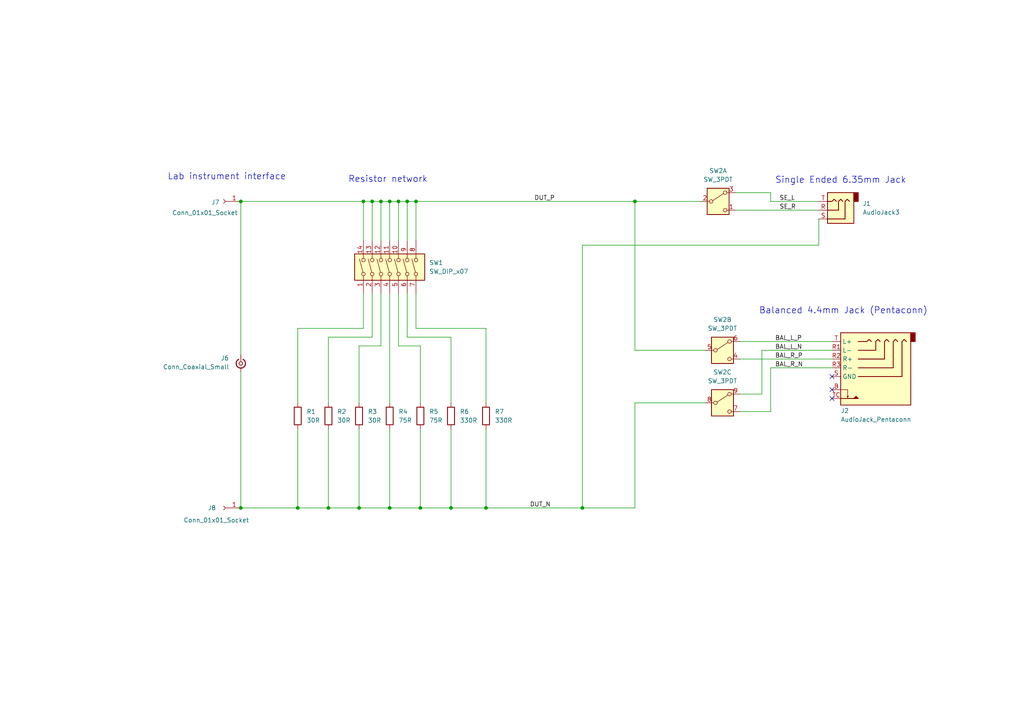
<source format=kicad_sch>
(kicad_sch
	(version 20231120)
	(generator "eeschema")
	(generator_version "8.0")
	(uuid "60b54552-34ff-43c1-b654-7a0d35fa638d")
	(paper "A4")
	(lib_symbols
		(symbol "Connector:Conn_01x01_Socket"
			(pin_names
				(offset 1.016) hide)
			(exclude_from_sim no)
			(in_bom yes)
			(on_board yes)
			(property "Reference" "J"
				(at 0 2.54 0)
				(effects
					(font
						(size 1.27 1.27)
					)
				)
			)
			(property "Value" "Conn_01x01_Socket"
				(at 0 -2.54 0)
				(effects
					(font
						(size 1.27 1.27)
					)
				)
			)
			(property "Footprint" ""
				(at 0 0 0)
				(effects
					(font
						(size 1.27 1.27)
					)
					(hide yes)
				)
			)
			(property "Datasheet" "~"
				(at 0 0 0)
				(effects
					(font
						(size 1.27 1.27)
					)
					(hide yes)
				)
			)
			(property "Description" "Generic connector, single row, 01x01, script generated"
				(at 0 0 0)
				(effects
					(font
						(size 1.27 1.27)
					)
					(hide yes)
				)
			)
			(property "ki_locked" ""
				(at 0 0 0)
				(effects
					(font
						(size 1.27 1.27)
					)
				)
			)
			(property "ki_keywords" "connector"
				(at 0 0 0)
				(effects
					(font
						(size 1.27 1.27)
					)
					(hide yes)
				)
			)
			(property "ki_fp_filters" "Connector*:*_1x??_*"
				(at 0 0 0)
				(effects
					(font
						(size 1.27 1.27)
					)
					(hide yes)
				)
			)
			(symbol "Conn_01x01_Socket_1_1"
				(polyline
					(pts
						(xy -1.27 0) (xy -0.508 0)
					)
					(stroke
						(width 0.1524)
						(type default)
					)
					(fill
						(type none)
					)
				)
				(arc
					(start 0 0.508)
					(mid -0.5058 0)
					(end 0 -0.508)
					(stroke
						(width 0.1524)
						(type default)
					)
					(fill
						(type none)
					)
				)
				(pin passive line
					(at -5.08 0 0)
					(length 3.81)
					(name "Pin_1"
						(effects
							(font
								(size 1.27 1.27)
							)
						)
					)
					(number "1"
						(effects
							(font
								(size 1.27 1.27)
							)
						)
					)
				)
			)
		)
		(symbol "Connector:Conn_Coaxial_Small"
			(pin_numbers hide)
			(pin_names
				(offset 1.016) hide)
			(exclude_from_sim no)
			(in_bom yes)
			(on_board yes)
			(property "Reference" "J"
				(at 0.254 3.048 0)
				(effects
					(font
						(size 1.27 1.27)
					)
				)
			)
			(property "Value" "Conn_Coaxial_Small"
				(at 0 -3.81 0)
				(effects
					(font
						(size 1.27 1.27)
					)
				)
			)
			(property "Footprint" ""
				(at 0 0 0)
				(effects
					(font
						(size 1.27 1.27)
					)
					(hide yes)
				)
			)
			(property "Datasheet" " ~"
				(at 0 0 0)
				(effects
					(font
						(size 1.27 1.27)
					)
					(hide yes)
				)
			)
			(property "Description" "small coaxial connector (BNC, SMA, SMB, SMC, Cinch/RCA, LEMO, ...)"
				(at 0 0 0)
				(effects
					(font
						(size 1.27 1.27)
					)
					(hide yes)
				)
			)
			(property "ki_keywords" "BNC SMA SMB SMC LEMO coaxial connector CINCH RCA MCX MMCX U.FL UMRF"
				(at 0 0 0)
				(effects
					(font
						(size 1.27 1.27)
					)
					(hide yes)
				)
			)
			(property "ki_fp_filters" "*BNC* *SMA* *SMB* *SMC* *Cinch* *LEMO* *UMRF* *MCX* *U.FL*"
				(at 0 0 0)
				(effects
					(font
						(size 1.27 1.27)
					)
					(hide yes)
				)
			)
			(symbol "Conn_Coaxial_Small_0_1"
				(polyline
					(pts
						(xy -2.54 0) (xy -0.508 0)
					)
					(stroke
						(width 0)
						(type default)
					)
					(fill
						(type none)
					)
				)
				(circle
					(center 0 0)
					(radius 0.508)
					(stroke
						(width 0.2032)
						(type default)
					)
					(fill
						(type none)
					)
				)
			)
			(symbol "Conn_Coaxial_Small_1_1"
				(arc
					(start -1.1916 -0.6311)
					(mid 0.327 -1.3081)
					(end 1.3484 0.0039)
					(stroke
						(width 0.3048)
						(type default)
					)
					(fill
						(type none)
					)
				)
				(arc
					(start 1.3484 -0.0039)
					(mid 0.327 1.3081)
					(end -1.1916 0.6311)
					(stroke
						(width 0.3048)
						(type default)
					)
					(fill
						(type none)
					)
				)
				(pin passive line
					(at -2.54 0 0)
					(length 1.27)
					(name "In"
						(effects
							(font
								(size 1.27 1.27)
							)
						)
					)
					(number "1"
						(effects
							(font
								(size 1.27 1.27)
							)
						)
					)
				)
				(pin passive line
					(at 2.54 0 180)
					(length 1.27)
					(name "Ext"
						(effects
							(font
								(size 1.27 1.27)
							)
						)
					)
					(number "2"
						(effects
							(font
								(size 1.27 1.27)
							)
						)
					)
				)
			)
		)
		(symbol "Connector_Audio:AudioJack3"
			(exclude_from_sim no)
			(in_bom yes)
			(on_board yes)
			(property "Reference" "J"
				(at 0 8.89 0)
				(effects
					(font
						(size 1.27 1.27)
					)
				)
			)
			(property "Value" "AudioJack3"
				(at 0 6.35 0)
				(effects
					(font
						(size 1.27 1.27)
					)
				)
			)
			(property "Footprint" ""
				(at 0 0 0)
				(effects
					(font
						(size 1.27 1.27)
					)
					(hide yes)
				)
			)
			(property "Datasheet" "~"
				(at 0 0 0)
				(effects
					(font
						(size 1.27 1.27)
					)
					(hide yes)
				)
			)
			(property "Description" "Audio Jack, 3 Poles (Stereo / TRS)"
				(at 0 0 0)
				(effects
					(font
						(size 1.27 1.27)
					)
					(hide yes)
				)
			)
			(property "ki_keywords" "audio jack receptacle stereo headphones phones TRS connector"
				(at 0 0 0)
				(effects
					(font
						(size 1.27 1.27)
					)
					(hide yes)
				)
			)
			(property "ki_fp_filters" "Jack*"
				(at 0 0 0)
				(effects
					(font
						(size 1.27 1.27)
					)
					(hide yes)
				)
			)
			(symbol "AudioJack3_0_1"
				(rectangle
					(start -5.08 -5.08)
					(end -6.35 -2.54)
					(stroke
						(width 0.254)
						(type default)
					)
					(fill
						(type outline)
					)
				)
				(polyline
					(pts
						(xy 0 -2.54) (xy 0.635 -3.175) (xy 1.27 -2.54) (xy 2.54 -2.54)
					)
					(stroke
						(width 0.254)
						(type default)
					)
					(fill
						(type none)
					)
				)
				(polyline
					(pts
						(xy -1.905 -2.54) (xy -1.27 -3.175) (xy -0.635 -2.54) (xy -0.635 0) (xy 2.54 0)
					)
					(stroke
						(width 0.254)
						(type default)
					)
					(fill
						(type none)
					)
				)
				(polyline
					(pts
						(xy 2.54 2.54) (xy -2.54 2.54) (xy -2.54 -2.54) (xy -3.175 -3.175) (xy -3.81 -2.54)
					)
					(stroke
						(width 0.254)
						(type default)
					)
					(fill
						(type none)
					)
				)
				(rectangle
					(start 2.54 3.81)
					(end -5.08 -5.08)
					(stroke
						(width 0.254)
						(type default)
					)
					(fill
						(type background)
					)
				)
			)
			(symbol "AudioJack3_1_1"
				(pin passive line
					(at 5.08 0 180)
					(length 2.54)
					(name "~"
						(effects
							(font
								(size 1.27 1.27)
							)
						)
					)
					(number "R"
						(effects
							(font
								(size 1.27 1.27)
							)
						)
					)
				)
				(pin passive line
					(at 5.08 2.54 180)
					(length 2.54)
					(name "~"
						(effects
							(font
								(size 1.27 1.27)
							)
						)
					)
					(number "S"
						(effects
							(font
								(size 1.27 1.27)
							)
						)
					)
				)
				(pin passive line
					(at 5.08 -2.54 180)
					(length 2.54)
					(name "~"
						(effects
							(font
								(size 1.27 1.27)
							)
						)
					)
					(number "T"
						(effects
							(font
								(size 1.27 1.27)
							)
						)
					)
				)
			)
		)
		(symbol "Device:R"
			(pin_numbers hide)
			(pin_names
				(offset 0)
			)
			(exclude_from_sim no)
			(in_bom yes)
			(on_board yes)
			(property "Reference" "R"
				(at 2.032 0 90)
				(effects
					(font
						(size 1.27 1.27)
					)
				)
			)
			(property "Value" "R"
				(at 0 0 90)
				(effects
					(font
						(size 1.27 1.27)
					)
				)
			)
			(property "Footprint" ""
				(at -1.778 0 90)
				(effects
					(font
						(size 1.27 1.27)
					)
					(hide yes)
				)
			)
			(property "Datasheet" "~"
				(at 0 0 0)
				(effects
					(font
						(size 1.27 1.27)
					)
					(hide yes)
				)
			)
			(property "Description" "Resistor"
				(at 0 0 0)
				(effects
					(font
						(size 1.27 1.27)
					)
					(hide yes)
				)
			)
			(property "ki_keywords" "R res resistor"
				(at 0 0 0)
				(effects
					(font
						(size 1.27 1.27)
					)
					(hide yes)
				)
			)
			(property "ki_fp_filters" "R_*"
				(at 0 0 0)
				(effects
					(font
						(size 1.27 1.27)
					)
					(hide yes)
				)
			)
			(symbol "R_0_1"
				(rectangle
					(start -1.016 -2.54)
					(end 1.016 2.54)
					(stroke
						(width 0.254)
						(type default)
					)
					(fill
						(type none)
					)
				)
			)
			(symbol "R_1_1"
				(pin passive line
					(at 0 3.81 270)
					(length 1.27)
					(name "~"
						(effects
							(font
								(size 1.27 1.27)
							)
						)
					)
					(number "1"
						(effects
							(font
								(size 1.27 1.27)
							)
						)
					)
				)
				(pin passive line
					(at 0 -3.81 90)
					(length 1.27)
					(name "~"
						(effects
							(font
								(size 1.27 1.27)
							)
						)
					)
					(number "2"
						(effects
							(font
								(size 1.27 1.27)
							)
						)
					)
				)
			)
		)
		(symbol "Switch:SW_DIP_x07"
			(pin_names
				(offset 0) hide)
			(exclude_from_sim no)
			(in_bom yes)
			(on_board yes)
			(property "Reference" "SW"
				(at 0 11.43 0)
				(effects
					(font
						(size 1.27 1.27)
					)
				)
			)
			(property "Value" "SW_DIP_x07"
				(at 0 -11.43 0)
				(effects
					(font
						(size 1.27 1.27)
					)
				)
			)
			(property "Footprint" ""
				(at 0 -2.54 0)
				(effects
					(font
						(size 1.27 1.27)
					)
					(hide yes)
				)
			)
			(property "Datasheet" "~"
				(at 0 -2.54 0)
				(effects
					(font
						(size 1.27 1.27)
					)
					(hide yes)
				)
			)
			(property "Description" "7x DIP Switch, Single Pole Single Throw (SPST) switch, small symbol"
				(at 0 0 0)
				(effects
					(font
						(size 1.27 1.27)
					)
					(hide yes)
				)
			)
			(property "ki_keywords" "dip switch"
				(at 0 0 0)
				(effects
					(font
						(size 1.27 1.27)
					)
					(hide yes)
				)
			)
			(property "ki_fp_filters" "SW?DIP?x7*"
				(at 0 0 0)
				(effects
					(font
						(size 1.27 1.27)
					)
					(hide yes)
				)
			)
			(symbol "SW_DIP_x07_0_0"
				(circle
					(center -2.032 -7.62)
					(radius 0.508)
					(stroke
						(width 0)
						(type default)
					)
					(fill
						(type none)
					)
				)
				(circle
					(center -2.032 -5.08)
					(radius 0.508)
					(stroke
						(width 0)
						(type default)
					)
					(fill
						(type none)
					)
				)
				(circle
					(center -2.032 -2.54)
					(radius 0.508)
					(stroke
						(width 0)
						(type default)
					)
					(fill
						(type none)
					)
				)
				(circle
					(center -2.032 0)
					(radius 0.508)
					(stroke
						(width 0)
						(type default)
					)
					(fill
						(type none)
					)
				)
				(circle
					(center -2.032 2.54)
					(radius 0.508)
					(stroke
						(width 0)
						(type default)
					)
					(fill
						(type none)
					)
				)
				(circle
					(center -2.032 5.08)
					(radius 0.508)
					(stroke
						(width 0)
						(type default)
					)
					(fill
						(type none)
					)
				)
				(circle
					(center -2.032 7.62)
					(radius 0.508)
					(stroke
						(width 0)
						(type default)
					)
					(fill
						(type none)
					)
				)
				(polyline
					(pts
						(xy -1.524 -7.4676) (xy 2.3622 -6.4262)
					)
					(stroke
						(width 0)
						(type default)
					)
					(fill
						(type none)
					)
				)
				(polyline
					(pts
						(xy -1.524 -4.9276) (xy 2.3622 -3.8862)
					)
					(stroke
						(width 0)
						(type default)
					)
					(fill
						(type none)
					)
				)
				(polyline
					(pts
						(xy -1.524 -2.413) (xy 2.3622 -1.3716)
					)
					(stroke
						(width 0)
						(type default)
					)
					(fill
						(type none)
					)
				)
				(polyline
					(pts
						(xy -1.524 0.127) (xy 2.3622 1.1684)
					)
					(stroke
						(width 0)
						(type default)
					)
					(fill
						(type none)
					)
				)
				(polyline
					(pts
						(xy -1.524 2.667) (xy 2.3622 3.7084)
					)
					(stroke
						(width 0)
						(type default)
					)
					(fill
						(type none)
					)
				)
				(polyline
					(pts
						(xy -1.524 5.207) (xy 2.3622 6.2484)
					)
					(stroke
						(width 0)
						(type default)
					)
					(fill
						(type none)
					)
				)
				(polyline
					(pts
						(xy -1.524 7.747) (xy 2.3622 8.7884)
					)
					(stroke
						(width 0)
						(type default)
					)
					(fill
						(type none)
					)
				)
				(circle
					(center 2.032 -7.62)
					(radius 0.508)
					(stroke
						(width 0)
						(type default)
					)
					(fill
						(type none)
					)
				)
				(circle
					(center 2.032 -5.08)
					(radius 0.508)
					(stroke
						(width 0)
						(type default)
					)
					(fill
						(type none)
					)
				)
				(circle
					(center 2.032 -2.54)
					(radius 0.508)
					(stroke
						(width 0)
						(type default)
					)
					(fill
						(type none)
					)
				)
				(circle
					(center 2.032 0)
					(radius 0.508)
					(stroke
						(width 0)
						(type default)
					)
					(fill
						(type none)
					)
				)
				(circle
					(center 2.032 2.54)
					(radius 0.508)
					(stroke
						(width 0)
						(type default)
					)
					(fill
						(type none)
					)
				)
				(circle
					(center 2.032 5.08)
					(radius 0.508)
					(stroke
						(width 0)
						(type default)
					)
					(fill
						(type none)
					)
				)
				(circle
					(center 2.032 7.62)
					(radius 0.508)
					(stroke
						(width 0)
						(type default)
					)
					(fill
						(type none)
					)
				)
			)
			(symbol "SW_DIP_x07_0_1"
				(rectangle
					(start -3.81 10.16)
					(end 3.81 -10.16)
					(stroke
						(width 0.254)
						(type default)
					)
					(fill
						(type background)
					)
				)
			)
			(symbol "SW_DIP_x07_1_1"
				(pin passive line
					(at -7.62 7.62 0)
					(length 5.08)
					(name "~"
						(effects
							(font
								(size 1.27 1.27)
							)
						)
					)
					(number "1"
						(effects
							(font
								(size 1.27 1.27)
							)
						)
					)
				)
				(pin passive line
					(at 7.62 -2.54 180)
					(length 5.08)
					(name "~"
						(effects
							(font
								(size 1.27 1.27)
							)
						)
					)
					(number "10"
						(effects
							(font
								(size 1.27 1.27)
							)
						)
					)
				)
				(pin passive line
					(at 7.62 0 180)
					(length 5.08)
					(name "~"
						(effects
							(font
								(size 1.27 1.27)
							)
						)
					)
					(number "11"
						(effects
							(font
								(size 1.27 1.27)
							)
						)
					)
				)
				(pin passive line
					(at 7.62 2.54 180)
					(length 5.08)
					(name "~"
						(effects
							(font
								(size 1.27 1.27)
							)
						)
					)
					(number "12"
						(effects
							(font
								(size 1.27 1.27)
							)
						)
					)
				)
				(pin passive line
					(at 7.62 5.08 180)
					(length 5.08)
					(name "~"
						(effects
							(font
								(size 1.27 1.27)
							)
						)
					)
					(number "13"
						(effects
							(font
								(size 1.27 1.27)
							)
						)
					)
				)
				(pin passive line
					(at 7.62 7.62 180)
					(length 5.08)
					(name "~"
						(effects
							(font
								(size 1.27 1.27)
							)
						)
					)
					(number "14"
						(effects
							(font
								(size 1.27 1.27)
							)
						)
					)
				)
				(pin passive line
					(at -7.62 5.08 0)
					(length 5.08)
					(name "~"
						(effects
							(font
								(size 1.27 1.27)
							)
						)
					)
					(number "2"
						(effects
							(font
								(size 1.27 1.27)
							)
						)
					)
				)
				(pin passive line
					(at -7.62 2.54 0)
					(length 5.08)
					(name "~"
						(effects
							(font
								(size 1.27 1.27)
							)
						)
					)
					(number "3"
						(effects
							(font
								(size 1.27 1.27)
							)
						)
					)
				)
				(pin passive line
					(at -7.62 0 0)
					(length 5.08)
					(name "~"
						(effects
							(font
								(size 1.27 1.27)
							)
						)
					)
					(number "4"
						(effects
							(font
								(size 1.27 1.27)
							)
						)
					)
				)
				(pin passive line
					(at -7.62 -2.54 0)
					(length 5.08)
					(name "~"
						(effects
							(font
								(size 1.27 1.27)
							)
						)
					)
					(number "5"
						(effects
							(font
								(size 1.27 1.27)
							)
						)
					)
				)
				(pin passive line
					(at -7.62 -5.08 0)
					(length 5.08)
					(name "~"
						(effects
							(font
								(size 1.27 1.27)
							)
						)
					)
					(number "6"
						(effects
							(font
								(size 1.27 1.27)
							)
						)
					)
				)
				(pin passive line
					(at -7.62 -7.62 0)
					(length 5.08)
					(name "~"
						(effects
							(font
								(size 1.27 1.27)
							)
						)
					)
					(number "7"
						(effects
							(font
								(size 1.27 1.27)
							)
						)
					)
				)
				(pin passive line
					(at 7.62 -7.62 180)
					(length 5.08)
					(name "~"
						(effects
							(font
								(size 1.27 1.27)
							)
						)
					)
					(number "8"
						(effects
							(font
								(size 1.27 1.27)
							)
						)
					)
				)
				(pin passive line
					(at 7.62 -5.08 180)
					(length 5.08)
					(name "~"
						(effects
							(font
								(size 1.27 1.27)
							)
						)
					)
					(number "9"
						(effects
							(font
								(size 1.27 1.27)
							)
						)
					)
				)
			)
		)
		(symbol "mahaudio_kicad_lib:AudioJack_Pentaconn"
			(exclude_from_sim no)
			(in_bom yes)
			(on_board yes)
			(property "Reference" "J"
				(at -17.272 17.272 0)
				(effects
					(font
						(size 1.27 1.27)
					)
				)
			)
			(property "Value" "AudioJack_Pentaconn"
				(at -7.62 14.986 0)
				(effects
					(font
						(size 1.27 1.27)
					)
				)
			)
			(property "Footprint" "_mahaudio KiCad Library:Jack_4.4mm_Pentaconn_NBA1-24-001_Horizontal"
				(at -4.572 -12.954 0)
				(effects
					(font
						(size 1.27 1.27)
					)
					(hide yes)
				)
			)
			(property "Datasheet" "~"
				(at -5.08 0 0)
				(effects
					(font
						(size 1.27 1.27)
					)
					(hide yes)
				)
			)
			(property "Description" "Audio Jack, Pentaconn TRRS Switched"
				(at -7.366 -9.906 0)
				(effects
					(font
						(size 1.27 1.27)
					)
					(hide yes)
				)
			)
			(property "ki_keywords" "audio jack receptacle stereo headphones phones TRRS connector pentaconn"
				(at 0 0 0)
				(effects
					(font
						(size 1.27 1.27)
					)
					(hide yes)
				)
			)
			(property "ki_fp_filters" "Jack*"
				(at 0 0 0)
				(effects
					(font
						(size 1.27 1.27)
					)
					(hide yes)
				)
			)
			(symbol "AudioJack_Pentaconn_0_1"
				(rectangle
					(start -19.05 -5.08)
					(end -17.78 -7.62)
					(stroke
						(width 0.254)
						(type default)
					)
					(fill
						(type outline)
					)
				)
				(rectangle
					(start -17.78 13.335)
					(end 2.54 -7.62)
					(stroke
						(width 0.254)
						(type default)
					)
					(fill
						(type background)
					)
				)
			)
			(symbol "AudioJack_Pentaconn_1_1"
				(polyline
					(pts
						(xy 0.508 11.176) (xy 0.762 10.668)
					)
					(stroke
						(width 0)
						(type default)
					)
					(fill
						(type none)
					)
				)
				(polyline
					(pts
						(xy 2.54 11.43) (xy -2.54 11.43)
					)
					(stroke
						(width 0.254)
						(type default)
					)
					(fill
						(type none)
					)
				)
				(polyline
					(pts
						(xy -6.35 -5.08) (xy -5.715 -5.715) (xy -5.08 -5.08) (xy -2.54 -5.08)
					)
					(stroke
						(width 0.254)
						(type default)
					)
					(fill
						(type none)
					)
				)
				(polyline
					(pts
						(xy -2.54 11.43) (xy -1.905 10.795) (xy -1.27 11.43) (xy -1.905 11.43)
					)
					(stroke
						(width 0.254)
						(type default)
					)
					(fill
						(type outline)
					)
				)
				(polyline
					(pts
						(xy 2.54 8.89) (xy 0.508 8.89) (xy 0.508 11.176) (xy 0.254 10.668)
					)
					(stroke
						(width 0)
						(type default)
					)
					(fill
						(type none)
					)
				)
				(polyline
					(pts
						(xy -8.89 -5.08) (xy -8.255 -5.715) (xy -7.62 -5.08) (xy -7.62 -2.54) (xy -2.54 -2.54)
					)
					(stroke
						(width 0.254)
						(type default)
					)
					(fill
						(type none)
					)
				)
				(polyline
					(pts
						(xy -2.54 0) (xy -10.16 0) (xy -10.16 -5.08) (xy -10.795 -5.715) (xy -11.43 -5.08)
					)
					(stroke
						(width 0.254)
						(type default)
					)
					(fill
						(type none)
					)
				)
				(polyline
					(pts
						(xy -2.54 2.54) (xy -12.7 2.54) (xy -12.7 -5.08) (xy -13.335 -5.715) (xy -13.97 -5.08)
					)
					(stroke
						(width 0.254)
						(type default)
					)
					(fill
						(type none)
					)
				)
				(polyline
					(pts
						(xy -2.54 5.08) (xy -15.24 5.08) (xy -15.24 -5.08) (xy -15.875 -5.715) (xy -16.51 -5.08)
					)
					(stroke
						(width 0.254)
						(type default)
					)
					(fill
						(type none)
					)
				)
				(pin passive line
					(at 5.08 8.89 180)
					(length 2.54)
					(name "~"
						(effects
							(font
								(size 1.27 1.27)
							)
						)
					)
					(number "B"
						(effects
							(font
								(size 1.27 1.27)
							)
						)
					)
				)
				(pin passive line
					(at 5.08 -2.54 180)
					(length 2.54)
					(name "L-"
						(effects
							(font
								(size 1.27 1.27)
							)
						)
					)
					(number "R1"
						(effects
							(font
								(size 1.27 1.27)
							)
						)
					)
				)
				(pin passive line
					(at 5.08 0 180)
					(length 2.54)
					(name "R+"
						(effects
							(font
								(size 1.27 1.27)
							)
						)
					)
					(number "R2"
						(effects
							(font
								(size 1.27 1.27)
							)
						)
					)
				)
				(pin passive line
					(at 5.08 2.54 180)
					(length 2.54)
					(name "R-"
						(effects
							(font
								(size 1.27 1.27)
							)
						)
					)
					(number "R3"
						(effects
							(font
								(size 1.27 1.27)
							)
						)
					)
				)
				(pin passive line
					(at 5.08 5.08 180)
					(length 2.54)
					(name "GND"
						(effects
							(font
								(size 1.27 1.27)
							)
						)
					)
					(number "S"
						(effects
							(font
								(size 1.27 1.27)
							)
						)
					)
				)
				(pin passive line
					(at 5.08 -5.08 180)
					(length 2.54)
					(name "L+"
						(effects
							(font
								(size 1.27 1.27)
							)
						)
					)
					(number "T"
						(effects
							(font
								(size 1.27 1.27)
							)
						)
					)
				)
				(pin passive line
					(at 5.08 11.43 180)
					(length 2.54)
					(name "~"
						(effects
							(font
								(size 1.27 1.27)
							)
						)
					)
					(number "TC"
						(effects
							(font
								(size 1.27 1.27)
							)
						)
					)
				)
			)
		)
		(symbol "mahaudio_kicad_lib:SW_3PDT"
			(pin_names
				(offset 0) hide)
			(exclude_from_sim no)
			(in_bom yes)
			(on_board yes)
			(property "Reference" "SW"
				(at 0 5.08 0)
				(effects
					(font
						(size 1.27 1.27)
					)
				)
			)
			(property "Value" "SW_3PDT"
				(at 0 -5.08 0)
				(effects
					(font
						(size 1.27 1.27)
					)
				)
			)
			(property "Footprint" ""
				(at 0 0 0)
				(effects
					(font
						(size 1.27 1.27)
					)
					(hide yes)
				)
			)
			(property "Datasheet" "~"
				(at 0 0 0)
				(effects
					(font
						(size 1.27 1.27)
					)
					(hide yes)
				)
			)
			(property "Description" "Switch, triple pole double throw, separate symbols"
				(at 0.254 0.254 0)
				(effects
					(font
						(size 1.27 1.27)
					)
					(hide yes)
				)
			)
			(property "ki_keywords" "switch dual-pole double-throw DPDT spdt ON-ON"
				(at 0 0 0)
				(effects
					(font
						(size 1.27 1.27)
					)
					(hide yes)
				)
			)
			(property "ki_fp_filters" "SW*DPDT*"
				(at 0 0 0)
				(effects
					(font
						(size 1.27 1.27)
					)
					(hide yes)
				)
			)
			(symbol "SW_3PDT_0_0"
				(circle
					(center -2.032 0)
					(radius 0.508)
					(stroke
						(width 0)
						(type default)
					)
					(fill
						(type none)
					)
				)
				(circle
					(center 2.032 -2.54)
					(radius 0.508)
					(stroke
						(width 0)
						(type default)
					)
					(fill
						(type none)
					)
				)
			)
			(symbol "SW_3PDT_0_1"
				(rectangle
					(start -3.175 3.81)
					(end 3.175 -3.81)
					(stroke
						(width 0.254)
						(type default)
					)
					(fill
						(type background)
					)
				)
				(polyline
					(pts
						(xy -1.524 0.254) (xy 1.5748 2.286)
					)
					(stroke
						(width 0)
						(type default)
					)
					(fill
						(type none)
					)
				)
				(circle
					(center 2.032 2.54)
					(radius 0.508)
					(stroke
						(width 0)
						(type default)
					)
					(fill
						(type none)
					)
				)
			)
			(symbol "SW_3PDT_1_1"
				(pin passive line
					(at 5.08 -2.54 180)
					(length 2.54)
					(name "C"
						(effects
							(font
								(size 1.27 1.27)
							)
						)
					)
					(number "1"
						(effects
							(font
								(size 1.27 1.27)
							)
						)
					)
				)
				(pin passive line
					(at -5.08 0 0)
					(length 2.54)
					(name "B"
						(effects
							(font
								(size 1.27 1.27)
							)
						)
					)
					(number "2"
						(effects
							(font
								(size 1.27 1.27)
							)
						)
					)
				)
				(pin passive line
					(at 5.08 2.54 180)
					(length 2.54)
					(name "A"
						(effects
							(font
								(size 1.27 1.27)
							)
						)
					)
					(number "3"
						(effects
							(font
								(size 1.27 1.27)
							)
						)
					)
				)
			)
			(symbol "SW_3PDT_2_1"
				(pin passive line
					(at 5.08 -2.54 180)
					(length 2.54)
					(name "C"
						(effects
							(font
								(size 1.27 1.27)
							)
						)
					)
					(number "4"
						(effects
							(font
								(size 1.27 1.27)
							)
						)
					)
				)
				(pin passive line
					(at -5.08 0 0)
					(length 2.54)
					(name "B"
						(effects
							(font
								(size 1.27 1.27)
							)
						)
					)
					(number "5"
						(effects
							(font
								(size 1.27 1.27)
							)
						)
					)
				)
				(pin passive line
					(at 5.08 2.54 180)
					(length 2.54)
					(name "A"
						(effects
							(font
								(size 1.27 1.27)
							)
						)
					)
					(number "6"
						(effects
							(font
								(size 1.27 1.27)
							)
						)
					)
				)
			)
			(symbol "SW_3PDT_3_1"
				(pin passive line
					(at 5.08 -2.54 180)
					(length 2.54)
					(name "C"
						(effects
							(font
								(size 1.27 1.27)
							)
						)
					)
					(number "7"
						(effects
							(font
								(size 1.27 1.27)
							)
						)
					)
				)
				(pin passive line
					(at -5.08 0 0)
					(length 2.54)
					(name "B"
						(effects
							(font
								(size 1.27 1.27)
							)
						)
					)
					(number "8"
						(effects
							(font
								(size 1.27 1.27)
							)
						)
					)
				)
				(pin passive line
					(at 5.08 2.54 180)
					(length 2.54)
					(name "A"
						(effects
							(font
								(size 1.27 1.27)
							)
						)
					)
					(number "9"
						(effects
							(font
								(size 1.27 1.27)
							)
						)
					)
				)
			)
		)
	)
	(junction
		(at 140.97 147.32)
		(diameter 0)
		(color 0 0 0 0)
		(uuid "1dc30326-e8c3-45ff-9852-0738efa0ad37")
	)
	(junction
		(at 107.95 58.42)
		(diameter 0)
		(color 0 0 0 0)
		(uuid "25f774e3-3688-4115-b106-1914b0266983")
	)
	(junction
		(at 69.85 147.32)
		(diameter 0)
		(color 0 0 0 0)
		(uuid "26296532-4c15-4d22-bd92-ecbd64566418")
	)
	(junction
		(at 113.03 147.32)
		(diameter 0)
		(color 0 0 0 0)
		(uuid "44b410d0-725d-4345-a77f-85c5ba99b4b7")
	)
	(junction
		(at 110.49 58.42)
		(diameter 0)
		(color 0 0 0 0)
		(uuid "6e8cb819-df2a-4ae6-a268-297891f6eee1")
	)
	(junction
		(at 105.41 58.42)
		(diameter 0)
		(color 0 0 0 0)
		(uuid "6f5a0299-7e61-493d-99ad-1a2a144a421e")
	)
	(junction
		(at 184.15 58.42)
		(diameter 0)
		(color 0 0 0 0)
		(uuid "793a4901-0f48-47e4-8be1-ea5694f4504b")
	)
	(junction
		(at 120.65 58.42)
		(diameter 0)
		(color 0 0 0 0)
		(uuid "7f5c7882-f614-40cf-afe3-0b5f66b370c3")
	)
	(junction
		(at 168.91 147.32)
		(diameter 0)
		(color 0 0 0 0)
		(uuid "8ed0d903-dc28-4a11-8b5f-465d856eeff3")
	)
	(junction
		(at 115.57 58.42)
		(diameter 0)
		(color 0 0 0 0)
		(uuid "946f36d1-cabe-4a8c-9601-08f6ebf86f2a")
	)
	(junction
		(at 86.36 147.32)
		(diameter 0)
		(color 0 0 0 0)
		(uuid "ace2fb1d-46f6-4da3-8e5d-ed68a08fdf32")
	)
	(junction
		(at 69.85 58.42)
		(diameter 0)
		(color 0 0 0 0)
		(uuid "afbcea0b-dddf-4e37-a634-0404dee275f3")
	)
	(junction
		(at 113.03 58.42)
		(diameter 0)
		(color 0 0 0 0)
		(uuid "baffc2c3-8bae-4796-8cca-9bd3970647c2")
	)
	(junction
		(at 121.92 147.32)
		(diameter 0)
		(color 0 0 0 0)
		(uuid "c902b781-61d5-4ad1-8393-78abc21674e5")
	)
	(junction
		(at 130.81 147.32)
		(diameter 0)
		(color 0 0 0 0)
		(uuid "c9e9a075-b6e3-4b4f-98fc-9f09a20f1de9")
	)
	(junction
		(at 118.11 58.42)
		(diameter 0)
		(color 0 0 0 0)
		(uuid "cbe2c911-fd98-48fb-af5d-ed44f9ea840d")
	)
	(junction
		(at 104.14 147.32)
		(diameter 0)
		(color 0 0 0 0)
		(uuid "d8c4d6f7-c045-4539-b3a7-a936a7859392")
	)
	(junction
		(at 95.25 147.32)
		(diameter 0)
		(color 0 0 0 0)
		(uuid "ec893b37-4db7-47d4-a459-994615211ea3")
	)
	(no_connect
		(at 241.3 113.03)
		(uuid "4728f108-b9e6-4517-a33b-c5fa805df623")
	)
	(no_connect
		(at 241.3 109.22)
		(uuid "ae722b72-cf10-41fe-adbe-7c3d754b3133")
	)
	(no_connect
		(at 241.3 115.57)
		(uuid "d2d203ae-99e3-4273-a7a1-e8fc0fb0757a")
	)
	(wire
		(pts
			(xy 120.65 58.42) (xy 120.65 69.85)
		)
		(stroke
			(width 0)
			(type default)
		)
		(uuid "04c3b1f9-d164-4dcc-b41a-58ea53e2f31a")
	)
	(wire
		(pts
			(xy 204.47 101.6) (xy 184.15 101.6)
		)
		(stroke
			(width 0)
			(type default)
		)
		(uuid "066aa155-d425-4510-a8e7-15140f2201ce")
	)
	(wire
		(pts
			(xy 113.03 58.42) (xy 113.03 69.85)
		)
		(stroke
			(width 0)
			(type default)
		)
		(uuid "1afca742-e07d-4446-bbe6-7ec8aed514f7")
	)
	(wire
		(pts
			(xy 140.97 124.46) (xy 140.97 147.32)
		)
		(stroke
			(width 0)
			(type default)
		)
		(uuid "1c94d32f-dd87-4dd7-8404-e2841bfa5d80")
	)
	(wire
		(pts
			(xy 105.41 85.09) (xy 105.41 95.25)
		)
		(stroke
			(width 0)
			(type default)
		)
		(uuid "2202f68b-e06e-4148-96ee-f968cc2890f9")
	)
	(wire
		(pts
			(xy 184.15 147.32) (xy 168.91 147.32)
		)
		(stroke
			(width 0)
			(type default)
		)
		(uuid "240e2ce7-453e-44cd-89f5-b5567fc99ec4")
	)
	(wire
		(pts
			(xy 105.41 58.42) (xy 105.41 69.85)
		)
		(stroke
			(width 0)
			(type default)
		)
		(uuid "253195d8-51a0-4d95-86dc-a08ff2216796")
	)
	(wire
		(pts
			(xy 104.14 147.32) (xy 113.03 147.32)
		)
		(stroke
			(width 0)
			(type default)
		)
		(uuid "26480c59-41c0-424d-8ec7-1674fc27b01a")
	)
	(wire
		(pts
			(xy 86.36 147.32) (xy 95.25 147.32)
		)
		(stroke
			(width 0)
			(type default)
		)
		(uuid "2e60fb4c-40b5-419a-b324-263e1354e2ce")
	)
	(wire
		(pts
			(xy 213.36 55.88) (xy 223.52 55.88)
		)
		(stroke
			(width 0)
			(type default)
		)
		(uuid "3152413f-8b0f-4658-9cb6-a67b9d7efbbe")
	)
	(wire
		(pts
			(xy 121.92 147.32) (xy 130.81 147.32)
		)
		(stroke
			(width 0)
			(type default)
		)
		(uuid "33b16d7c-805a-4c7c-8848-399113ec3d29")
	)
	(wire
		(pts
			(xy 95.25 147.32) (xy 104.14 147.32)
		)
		(stroke
			(width 0)
			(type default)
		)
		(uuid "384ee057-d4bb-42bc-a685-4bded931c2ef")
	)
	(wire
		(pts
			(xy 120.65 58.42) (xy 184.15 58.42)
		)
		(stroke
			(width 0)
			(type default)
		)
		(uuid "3b2301fd-953b-4328-a3ba-fa5c11c97f3c")
	)
	(wire
		(pts
			(xy 140.97 95.25) (xy 140.97 116.84)
		)
		(stroke
			(width 0)
			(type default)
		)
		(uuid "3f059a39-e5b1-41f4-a45c-263bee849078")
	)
	(wire
		(pts
			(xy 115.57 58.42) (xy 118.11 58.42)
		)
		(stroke
			(width 0)
			(type default)
		)
		(uuid "40df633d-04d2-49b6-b62f-acd487b4e065")
	)
	(wire
		(pts
			(xy 214.63 104.14) (xy 241.3 104.14)
		)
		(stroke
			(width 0)
			(type default)
		)
		(uuid "468d3d0d-a0e3-4a99-b419-14fe3c2287f8")
	)
	(wire
		(pts
			(xy 104.14 124.46) (xy 104.14 147.32)
		)
		(stroke
			(width 0)
			(type default)
		)
		(uuid "47fb8ca7-8052-43e6-9a37-6f4210b78848")
	)
	(wire
		(pts
			(xy 115.57 100.33) (xy 121.92 100.33)
		)
		(stroke
			(width 0)
			(type default)
		)
		(uuid "48f2948f-604b-48a7-8e4f-760281b4d4ca")
	)
	(wire
		(pts
			(xy 110.49 58.42) (xy 110.49 69.85)
		)
		(stroke
			(width 0)
			(type default)
		)
		(uuid "4b9cffa9-4f3d-4cc3-adb8-f7d4dfa30dc5")
	)
	(wire
		(pts
			(xy 95.25 124.46) (xy 95.25 147.32)
		)
		(stroke
			(width 0)
			(type default)
		)
		(uuid "5176002c-a4f9-4a37-a83c-963f7409c37d")
	)
	(wire
		(pts
			(xy 69.85 107.95) (xy 69.85 147.32)
		)
		(stroke
			(width 0)
			(type default)
		)
		(uuid "5574b5ac-01a7-4055-a8d4-6aac5d86ccf8")
	)
	(wire
		(pts
			(xy 118.11 85.09) (xy 118.11 97.79)
		)
		(stroke
			(width 0)
			(type default)
		)
		(uuid "5b249b13-0f54-4f0f-9520-ec1a9a6d7fd9")
	)
	(wire
		(pts
			(xy 220.98 101.6) (xy 241.3 101.6)
		)
		(stroke
			(width 0)
			(type default)
		)
		(uuid "5e3d7200-e8d5-4959-8ff2-0c086777d627")
	)
	(wire
		(pts
			(xy 110.49 58.42) (xy 113.03 58.42)
		)
		(stroke
			(width 0)
			(type default)
		)
		(uuid "603edfa3-b1a5-436e-8694-0d60862cce4c")
	)
	(wire
		(pts
			(xy 223.52 55.88) (xy 223.52 58.42)
		)
		(stroke
			(width 0)
			(type default)
		)
		(uuid "605fb0e7-c107-424f-8e58-a11ec0d42a08")
	)
	(wire
		(pts
			(xy 113.03 85.09) (xy 113.03 116.84)
		)
		(stroke
			(width 0)
			(type default)
		)
		(uuid "6118c57d-93b6-415f-b53f-f815d961ca87")
	)
	(wire
		(pts
			(xy 168.91 71.12) (xy 168.91 147.32)
		)
		(stroke
			(width 0)
			(type default)
		)
		(uuid "62099abf-1e81-4f6f-9918-3d8b78942f25")
	)
	(wire
		(pts
			(xy 184.15 58.42) (xy 203.2 58.42)
		)
		(stroke
			(width 0)
			(type default)
		)
		(uuid "67d6f3a7-ffd3-4736-baec-22f3b77a0924")
	)
	(wire
		(pts
			(xy 223.52 106.68) (xy 223.52 119.38)
		)
		(stroke
			(width 0)
			(type default)
		)
		(uuid "79971f14-f704-4147-8788-0872a02a990a")
	)
	(wire
		(pts
			(xy 69.85 58.42) (xy 69.85 102.87)
		)
		(stroke
			(width 0)
			(type default)
		)
		(uuid "7ddbb39e-9c6e-466b-9444-27fb3e6cee82")
	)
	(wire
		(pts
			(xy 121.92 124.46) (xy 121.92 147.32)
		)
		(stroke
			(width 0)
			(type default)
		)
		(uuid "7f4a139a-9846-45d3-a3ec-2cc2876bc065")
	)
	(wire
		(pts
			(xy 69.85 58.42) (xy 105.41 58.42)
		)
		(stroke
			(width 0)
			(type default)
		)
		(uuid "824646d6-044a-4602-a3ec-d0917d2b259c")
	)
	(wire
		(pts
			(xy 120.65 95.25) (xy 140.97 95.25)
		)
		(stroke
			(width 0)
			(type default)
		)
		(uuid "825ae14a-b1e4-4dbe-8ed4-0da53932423c")
	)
	(wire
		(pts
			(xy 86.36 116.84) (xy 86.36 95.25)
		)
		(stroke
			(width 0)
			(type default)
		)
		(uuid "845adf25-7d48-4f58-b453-123da4487c6d")
	)
	(wire
		(pts
			(xy 184.15 101.6) (xy 184.15 58.42)
		)
		(stroke
			(width 0)
			(type default)
		)
		(uuid "87deca50-407e-4149-a068-37f1d3f22f0b")
	)
	(wire
		(pts
			(xy 95.25 116.84) (xy 95.25 97.79)
		)
		(stroke
			(width 0)
			(type default)
		)
		(uuid "89bd4f9f-9baf-4053-af09-6b6f31e1f3d1")
	)
	(wire
		(pts
			(xy 115.57 85.09) (xy 115.57 100.33)
		)
		(stroke
			(width 0)
			(type default)
		)
		(uuid "8d762d36-9053-4add-8c1b-adc6f56f1b07")
	)
	(wire
		(pts
			(xy 107.95 58.42) (xy 107.95 69.85)
		)
		(stroke
			(width 0)
			(type default)
		)
		(uuid "90d93572-a82e-4cff-899a-889955f627fe")
	)
	(wire
		(pts
			(xy 115.57 58.42) (xy 115.57 69.85)
		)
		(stroke
			(width 0)
			(type default)
		)
		(uuid "946375df-0173-4025-a4b8-432d3816ce66")
	)
	(wire
		(pts
			(xy 130.81 97.79) (xy 118.11 97.79)
		)
		(stroke
			(width 0)
			(type default)
		)
		(uuid "9980eaee-5f6f-4c0f-ac7d-5b4cc3e48a84")
	)
	(wire
		(pts
			(xy 130.81 124.46) (xy 130.81 147.32)
		)
		(stroke
			(width 0)
			(type default)
		)
		(uuid "9ae8bfc4-2499-41d2-aac2-de65952120bd")
	)
	(wire
		(pts
			(xy 204.47 116.84) (xy 184.15 116.84)
		)
		(stroke
			(width 0)
			(type default)
		)
		(uuid "9b6d7ddd-7260-41bd-878d-94a3b1570284")
	)
	(wire
		(pts
			(xy 95.25 97.79) (xy 107.95 97.79)
		)
		(stroke
			(width 0)
			(type default)
		)
		(uuid "9bc032e3-9738-4a14-84fd-996d36ae925d")
	)
	(wire
		(pts
			(xy 214.63 99.06) (xy 241.3 99.06)
		)
		(stroke
			(width 0)
			(type default)
		)
		(uuid "9c6a8c56-298c-4b08-9b70-3d02a996df2e")
	)
	(wire
		(pts
			(xy 220.98 114.3) (xy 214.63 114.3)
		)
		(stroke
			(width 0)
			(type default)
		)
		(uuid "a00991c0-c318-4a3b-bd58-350b149b77c2")
	)
	(wire
		(pts
			(xy 107.95 58.42) (xy 110.49 58.42)
		)
		(stroke
			(width 0)
			(type default)
		)
		(uuid "b1df4cba-87e8-4f73-8eae-a4fce0205c71")
	)
	(wire
		(pts
			(xy 86.36 124.46) (xy 86.36 147.32)
		)
		(stroke
			(width 0)
			(type default)
		)
		(uuid "b34f7639-51f7-4249-a4af-58e8efe41f57")
	)
	(wire
		(pts
			(xy 130.81 116.84) (xy 130.81 97.79)
		)
		(stroke
			(width 0)
			(type default)
		)
		(uuid "b35a32f9-ea03-42b6-a6bc-1b242df2e919")
	)
	(wire
		(pts
			(xy 237.49 71.12) (xy 168.91 71.12)
		)
		(stroke
			(width 0)
			(type default)
		)
		(uuid "b3a97203-8acf-4c17-bddd-ff5f33a3eab9")
	)
	(wire
		(pts
			(xy 118.11 58.42) (xy 120.65 58.42)
		)
		(stroke
			(width 0)
			(type default)
		)
		(uuid "b56d9486-089e-41b7-bd7d-fd0b3688d16f")
	)
	(wire
		(pts
			(xy 104.14 100.33) (xy 110.49 100.33)
		)
		(stroke
			(width 0)
			(type default)
		)
		(uuid "b77f1936-e9f7-4892-be10-94d1fc1628f3")
	)
	(wire
		(pts
			(xy 86.36 95.25) (xy 105.41 95.25)
		)
		(stroke
			(width 0)
			(type default)
		)
		(uuid "b8f56d4e-c14c-43b4-81e1-49268365376d")
	)
	(wire
		(pts
			(xy 113.03 124.46) (xy 113.03 147.32)
		)
		(stroke
			(width 0)
			(type default)
		)
		(uuid "b94437f8-a03b-43fd-b00f-fd929660006e")
	)
	(wire
		(pts
			(xy 69.85 147.32) (xy 86.36 147.32)
		)
		(stroke
			(width 0)
			(type default)
		)
		(uuid "bb4e90fd-6e0b-4026-95c3-55222084a638")
	)
	(wire
		(pts
			(xy 118.11 58.42) (xy 118.11 69.85)
		)
		(stroke
			(width 0)
			(type default)
		)
		(uuid "bc763275-6438-4c60-9ad9-95a0d5a1369b")
	)
	(wire
		(pts
			(xy 104.14 116.84) (xy 104.14 100.33)
		)
		(stroke
			(width 0)
			(type default)
		)
		(uuid "bc8fdefc-b598-401c-ab40-a98190229da9")
	)
	(wire
		(pts
			(xy 120.65 85.09) (xy 120.65 95.25)
		)
		(stroke
			(width 0)
			(type default)
		)
		(uuid "c1212875-c33c-46ba-94b1-760500460b94")
	)
	(wire
		(pts
			(xy 107.95 85.09) (xy 107.95 97.79)
		)
		(stroke
			(width 0)
			(type default)
		)
		(uuid "c3554371-fedb-481a-9e05-5439e7e9ed56")
	)
	(wire
		(pts
			(xy 223.52 106.68) (xy 241.3 106.68)
		)
		(stroke
			(width 0)
			(type default)
		)
		(uuid "c99d1497-2a35-486c-8b95-1acb5535630d")
	)
	(wire
		(pts
			(xy 237.49 71.12) (xy 237.49 63.5)
		)
		(stroke
			(width 0)
			(type default)
		)
		(uuid "cea19c22-074f-45ac-95ac-7b10e8754d5d")
	)
	(wire
		(pts
			(xy 113.03 58.42) (xy 115.57 58.42)
		)
		(stroke
			(width 0)
			(type default)
		)
		(uuid "d2605836-06b7-4223-9b7a-c22b1e96ab16")
	)
	(wire
		(pts
			(xy 223.52 58.42) (xy 237.49 58.42)
		)
		(stroke
			(width 0)
			(type default)
		)
		(uuid "d3fe3592-1410-4771-af46-fe69a15ac1d1")
	)
	(wire
		(pts
			(xy 113.03 147.32) (xy 121.92 147.32)
		)
		(stroke
			(width 0)
			(type default)
		)
		(uuid "d540958d-9a03-4311-b96a-10f949ed27e5")
	)
	(wire
		(pts
			(xy 220.98 101.6) (xy 220.98 114.3)
		)
		(stroke
			(width 0)
			(type default)
		)
		(uuid "d7294f35-2db1-4ede-8758-bfff3e264428")
	)
	(wire
		(pts
			(xy 105.41 58.42) (xy 107.95 58.42)
		)
		(stroke
			(width 0)
			(type default)
		)
		(uuid "d9891d1d-c8f2-421d-9d5f-59c14720c585")
	)
	(wire
		(pts
			(xy 130.81 147.32) (xy 140.97 147.32)
		)
		(stroke
			(width 0)
			(type default)
		)
		(uuid "dcb15391-0b8a-4a03-88c2-8090f04d566a")
	)
	(wire
		(pts
			(xy 223.52 119.38) (xy 214.63 119.38)
		)
		(stroke
			(width 0)
			(type default)
		)
		(uuid "dddbf3a9-9345-43b0-97ff-b5d6c9928653")
	)
	(wire
		(pts
			(xy 213.36 60.96) (xy 237.49 60.96)
		)
		(stroke
			(width 0)
			(type default)
		)
		(uuid "e4999a8b-541d-4c5f-b0dc-ef13d4aa5d70")
	)
	(wire
		(pts
			(xy 110.49 85.09) (xy 110.49 100.33)
		)
		(stroke
			(width 0)
			(type default)
		)
		(uuid "e88205d0-e375-4672-ade2-566fad603672")
	)
	(wire
		(pts
			(xy 184.15 116.84) (xy 184.15 147.32)
		)
		(stroke
			(width 0)
			(type default)
		)
		(uuid "ef2f8d57-b0ad-4da9-9827-ce81cce28a35")
	)
	(wire
		(pts
			(xy 121.92 100.33) (xy 121.92 116.84)
		)
		(stroke
			(width 0)
			(type default)
		)
		(uuid "f352b0b0-66d8-4d41-b808-77fcf67eeb28")
	)
	(wire
		(pts
			(xy 140.97 147.32) (xy 168.91 147.32)
		)
		(stroke
			(width 0)
			(type default)
		)
		(uuid "fa005e57-03e6-43af-9b27-88d6ccc4f8a5")
	)
	(text "Lab instrument interface"
		(exclude_from_sim no)
		(at 65.786 51.308 0)
		(effects
			(font
				(size 1.8288 1.8288)
			)
		)
		(uuid "1d62e3f2-1f2f-420a-9cc2-09b72117890f")
	)
	(text "Single Ended 6.35mm Jack"
		(exclude_from_sim no)
		(at 243.84 52.324 0)
		(effects
			(font
				(size 1.8288 1.8288)
			)
		)
		(uuid "391eb0a6-84b0-4b49-a53d-4151d3d1c45a")
	)
	(text "Resistor network\n"
		(exclude_from_sim no)
		(at 112.522 52.07 0)
		(effects
			(font
				(size 1.8288 1.8288)
			)
		)
		(uuid "d3594392-caa2-45ab-aeb5-b709bc37c621")
	)
	(text "Balanced 4.4mm Jack (Pentaconn)\n"
		(exclude_from_sim no)
		(at 244.602 90.17 0)
		(effects
			(font
				(size 1.8288 1.8288)
			)
		)
		(uuid "deab8a70-3ae4-4543-9343-b002cda38c39")
	)
	(label "BAL_R_P"
		(at 224.79 104.14 0)
		(fields_autoplaced yes)
		(effects
			(font
				(size 1.27 1.27)
			)
			(justify left bottom)
		)
		(uuid "3e5f16c2-1e6f-4cff-a041-026221de05d5")
	)
	(label "DUT_N"
		(at 153.67 147.32 0)
		(fields_autoplaced yes)
		(effects
			(font
				(size 1.27 1.27)
			)
			(justify left bottom)
		)
		(uuid "560124d9-4d3b-448e-8172-5719e7ee2d78")
	)
	(label "BAL_L_N"
		(at 224.79 101.6 0)
		(fields_autoplaced yes)
		(effects
			(font
				(size 1.27 1.27)
			)
			(justify left bottom)
		)
		(uuid "7b55ba08-b8d3-4828-8108-4df441e59c5a")
	)
	(label "DUT_P"
		(at 154.94 58.42 0)
		(fields_autoplaced yes)
		(effects
			(font
				(size 1.27 1.27)
			)
			(justify left bottom)
		)
		(uuid "7e8abb61-bb8e-4fef-9147-1e94604486fc")
	)
	(label "SE_L"
		(at 226.06 58.42 0)
		(fields_autoplaced yes)
		(effects
			(font
				(size 1.27 1.27)
			)
			(justify left bottom)
		)
		(uuid "af47f68e-ead3-49d0-9b29-5bbb2ca2ba15")
	)
	(label "BAL_R_N"
		(at 224.79 106.68 0)
		(fields_autoplaced yes)
		(effects
			(font
				(size 1.27 1.27)
			)
			(justify left bottom)
		)
		(uuid "b50c9709-d7e4-48df-9261-b45aac2669ec")
	)
	(label "BAL_L_P"
		(at 224.79 99.06 0)
		(fields_autoplaced yes)
		(effects
			(font
				(size 1.27 1.27)
			)
			(justify left bottom)
		)
		(uuid "e515acd9-1aa7-4a9f-accf-8653c154dd1e")
	)
	(label "SE_R"
		(at 226.06 60.96 0)
		(fields_autoplaced yes)
		(effects
			(font
				(size 1.27 1.27)
			)
			(justify left bottom)
		)
		(uuid "fd05fac4-4ee3-46b8-8d14-2a7eae870032")
	)
	(symbol
		(lib_id "Connector_Audio:AudioJack3")
		(at 242.57 60.96 180)
		(unit 1)
		(exclude_from_sim no)
		(in_bom yes)
		(on_board yes)
		(dnp no)
		(fields_autoplaced yes)
		(uuid "105aa455-1541-4cbd-8e3f-21eaacfc0f5f")
		(property "Reference" "J1"
			(at 250.19 59.0549 0)
			(effects
				(font
					(size 1.27 1.27)
				)
				(justify right)
			)
		)
		(property "Value" "AudioJack3"
			(at 250.19 61.5949 0)
			(effects
				(font
					(size 1.27 1.27)
				)
				(justify right)
			)
		)
		(property "Footprint" "mahaudio_kicad_lib:Jack_6.35mm_Neutrik_NMJ6HCD2_Horizontal"
			(at 242.57 60.96 0)
			(effects
				(font
					(size 1.27 1.27)
				)
				(hide yes)
			)
		)
		(property "Datasheet" "~"
			(at 242.57 60.96 0)
			(effects
				(font
					(size 1.27 1.27)
				)
				(hide yes)
			)
		)
		(property "Description" "Audio Jack, 3 Poles (Stereo / TRS)"
			(at 242.57 60.96 0)
			(effects
				(font
					(size 1.27 1.27)
				)
				(hide yes)
			)
		)
		(pin "R"
			(uuid "29b3beca-8822-4bea-b505-f899305b8c8e")
		)
		(pin "S"
			(uuid "ba6de0cd-7866-461a-992b-34e7facc2fc5")
		)
		(pin "T"
			(uuid "5b79417f-7341-43b1-aaa2-54e9e2681506")
		)
		(instances
			(project "ampsight"
				(path "/60b54552-34ff-43c1-b654-7a0d35fa638d"
					(reference "J1")
					(unit 1)
				)
			)
		)
	)
	(symbol
		(lib_id "mahaudio_kicad_lib:SW_3PDT")
		(at 209.55 116.84 0)
		(unit 3)
		(exclude_from_sim no)
		(in_bom yes)
		(on_board yes)
		(dnp no)
		(fields_autoplaced yes)
		(uuid "374fc344-6027-4d7c-b939-a35a461d3e03")
		(property "Reference" "SW2"
			(at 209.55 107.95 0)
			(effects
				(font
					(size 1.27 1.27)
				)
			)
		)
		(property "Value" "SW_3PDT"
			(at 209.55 110.49 0)
			(effects
				(font
					(size 1.27 1.27)
				)
			)
		)
		(property "Footprint" "_mahaudio KiCad Library:7000Series_3pdt_toggle_c&k"
			(at 209.55 116.84 0)
			(effects
				(font
					(size 1.27 1.27)
				)
				(hide yes)
			)
		)
		(property "Datasheet" "~"
			(at 209.55 116.84 0)
			(effects
				(font
					(size 1.27 1.27)
				)
				(hide yes)
			)
		)
		(property "Description" "Switch, triple pole double throw, separate symbols"
			(at 209.804 116.586 0)
			(effects
				(font
					(size 1.27 1.27)
				)
				(hide yes)
			)
		)
		(pin "5"
			(uuid "636d2903-89db-4142-8ba3-530b9aa8e1d8")
		)
		(pin "7"
			(uuid "8316d6c0-058e-42d5-b597-5447e20f8a06")
		)
		(pin "4"
			(uuid "8c233a3c-e5de-496d-bfe2-563f18062ef5")
		)
		(pin "3"
			(uuid "e98645c7-608a-466f-86ac-4a6697d9706d")
		)
		(pin "8"
			(uuid "535c0904-5ca0-4ddb-a97f-a68efc5b4ad8")
		)
		(pin "2"
			(uuid "2742eabb-fb71-4e74-8e7d-9452a0b387c3")
		)
		(pin "9"
			(uuid "bf0d54a9-ab8d-46fa-9dca-676cb258a3ba")
		)
		(pin "6"
			(uuid "3bed79fe-fd18-4246-80e8-6c865acc4a54")
		)
		(pin "1"
			(uuid "f9717ec7-2f97-4bec-8714-a78091a78332")
		)
		(instances
			(project "ampsight"
				(path "/60b54552-34ff-43c1-b654-7a0d35fa638d"
					(reference "SW2")
					(unit 3)
				)
			)
		)
	)
	(symbol
		(lib_id "Connector:Conn_01x01_Socket")
		(at 64.77 147.32 180)
		(unit 1)
		(exclude_from_sim no)
		(in_bom yes)
		(on_board yes)
		(dnp no)
		(uuid "42d12397-1882-4470-8d2a-91d288cf83a9")
		(property "Reference" "J8"
			(at 61.468 147.32 0)
			(effects
				(font
					(size 1.27 1.27)
				)
			)
		)
		(property "Value" "Conn_01x01_Socket"
			(at 62.738 150.876 0)
			(effects
				(font
					(size 1.27 1.27)
				)
			)
		)
		(property "Footprint" "_mahaudio KiCad Library:Banana_Jack_1Pin(3D)"
			(at 64.77 147.32 0)
			(effects
				(font
					(size 1.27 1.27)
				)
				(hide yes)
			)
		)
		(property "Datasheet" "~"
			(at 64.77 147.32 0)
			(effects
				(font
					(size 1.27 1.27)
				)
				(hide yes)
			)
		)
		(property "Description" "Generic connector, single row, 01x01, script generated"
			(at 64.77 147.32 0)
			(effects
				(font
					(size 1.27 1.27)
				)
				(hide yes)
			)
		)
		(pin "1"
			(uuid "fce9df25-af16-484e-b6b4-1396efa1c962")
		)
		(instances
			(project "ampsight"
				(path "/60b54552-34ff-43c1-b654-7a0d35fa638d"
					(reference "J8")
					(unit 1)
				)
			)
		)
	)
	(symbol
		(lib_id "mahaudio_kicad_lib:SW_3PDT")
		(at 208.28 58.42 0)
		(unit 1)
		(exclude_from_sim no)
		(in_bom yes)
		(on_board yes)
		(dnp no)
		(fields_autoplaced yes)
		(uuid "4ee1a525-923b-438a-8a56-5362f30fe5d4")
		(property "Reference" "SW2"
			(at 208.28 49.53 0)
			(effects
				(font
					(size 1.27 1.27)
				)
			)
		)
		(property "Value" "SW_3PDT"
			(at 208.28 52.07 0)
			(effects
				(font
					(size 1.27 1.27)
				)
			)
		)
		(property "Footprint" "_mahaudio KiCad Library:7000Series_3pdt_toggle_c&k"
			(at 208.28 58.42 0)
			(effects
				(font
					(size 1.27 1.27)
				)
				(hide yes)
			)
		)
		(property "Datasheet" "~"
			(at 208.28 58.42 0)
			(effects
				(font
					(size 1.27 1.27)
				)
				(hide yes)
			)
		)
		(property "Description" "Switch, triple pole double throw, separate symbols"
			(at 208.534 58.166 0)
			(effects
				(font
					(size 1.27 1.27)
				)
				(hide yes)
			)
		)
		(pin "5"
			(uuid "636d2903-89db-4142-8ba3-530b9aa8e1d9")
		)
		(pin "7"
			(uuid "8316d6c0-058e-42d5-b597-5447e20f8a07")
		)
		(pin "4"
			(uuid "8c233a3c-e5de-496d-bfe2-563f18062ef6")
		)
		(pin "3"
			(uuid "e98645c7-608a-466f-86ac-4a6697d9706e")
		)
		(pin "8"
			(uuid "535c0904-5ca0-4ddb-a97f-a68efc5b4ad9")
		)
		(pin "2"
			(uuid "2742eabb-fb71-4e74-8e7d-9452a0b387c4")
		)
		(pin "9"
			(uuid "bf0d54a9-ab8d-46fa-9dca-676cb258a3bb")
		)
		(pin "6"
			(uuid "3bed79fe-fd18-4246-80e8-6c865acc4a55")
		)
		(pin "1"
			(uuid "f9717ec7-2f97-4bec-8714-a78091a78333")
		)
		(instances
			(project "ampsight"
				(path "/60b54552-34ff-43c1-b654-7a0d35fa638d"
					(reference "SW2")
					(unit 1)
				)
			)
		)
	)
	(symbol
		(lib_id "Device:R")
		(at 140.97 120.65 0)
		(unit 1)
		(exclude_from_sim no)
		(in_bom yes)
		(on_board yes)
		(dnp no)
		(fields_autoplaced yes)
		(uuid "5735504a-3f68-4fc9-9f3b-d0728dee317a")
		(property "Reference" "R7"
			(at 143.51 119.3799 0)
			(effects
				(font
					(size 1.27 1.27)
				)
				(justify left)
			)
		)
		(property "Value" "330R"
			(at 143.51 121.9199 0)
			(effects
				(font
					(size 1.27 1.27)
				)
				(justify left)
			)
		)
		(property "Footprint" "_mahaudio KiCad Library:Caddock_MP930_TO-220-2_Vertical"
			(at 139.192 120.65 90)
			(effects
				(font
					(size 1.27 1.27)
				)
				(hide yes)
			)
		)
		(property "Datasheet" "~"
			(at 140.97 120.65 0)
			(effects
				(font
					(size 1.27 1.27)
				)
				(hide yes)
			)
		)
		(property "Description" "Resistor"
			(at 140.97 120.65 0)
			(effects
				(font
					(size 1.27 1.27)
				)
				(hide yes)
			)
		)
		(pin "1"
			(uuid "c12cdfc6-c271-4013-8274-9828906331bb")
		)
		(pin "2"
			(uuid "dc852ae0-99c2-4c5b-b9ff-0378ea1310f8")
		)
		(instances
			(project "ampsight"
				(path "/60b54552-34ff-43c1-b654-7a0d35fa638d"
					(reference "R7")
					(unit 1)
				)
			)
		)
	)
	(symbol
		(lib_id "Switch:SW_DIP_x07")
		(at 113.03 77.47 90)
		(unit 1)
		(exclude_from_sim no)
		(in_bom yes)
		(on_board yes)
		(dnp no)
		(fields_autoplaced yes)
		(uuid "5ebace48-919a-47d2-a16e-5ec7bb05ea13")
		(property "Reference" "SW1"
			(at 124.46 76.1999 90)
			(effects
				(font
					(size 1.27 1.27)
				)
				(justify right)
			)
		)
		(property "Value" "SW_DIP_x07"
			(at 124.46 78.7399 90)
			(effects
				(font
					(size 1.27 1.27)
				)
				(justify right)
			)
		)
		(property "Footprint" "Button_Switch_THT:SW_DIP_SPSTx07_Slide_9.78x19.96mm_W7.62mm_P2.54mm"
			(at 115.57 77.47 0)
			(effects
				(font
					(size 1.27 1.27)
				)
				(hide yes)
			)
		)
		(property "Datasheet" "~"
			(at 115.57 77.47 0)
			(effects
				(font
					(size 1.27 1.27)
				)
				(hide yes)
			)
		)
		(property "Description" "7x DIP Switch, Single Pole Single Throw (SPST) switch, small symbol"
			(at 113.03 77.47 0)
			(effects
				(font
					(size 1.27 1.27)
				)
				(hide yes)
			)
		)
		(pin "9"
			(uuid "eebfee4a-47c3-4f38-975e-311de40162e5")
		)
		(pin "1"
			(uuid "d87f26c7-b55f-49e8-b806-7420d641997a")
		)
		(pin "11"
			(uuid "0395bc72-7270-4d44-86e8-6d7091c7d8d7")
		)
		(pin "8"
			(uuid "f7f22561-4454-4074-9763-ad83597107f4")
		)
		(pin "10"
			(uuid "e7721be8-4dde-4af4-a32c-23225c15a2db")
		)
		(pin "2"
			(uuid "150fa18a-1523-44bc-bde7-d143c4d8af30")
		)
		(pin "3"
			(uuid "4c10ddb5-29ae-400f-8132-d30abeec165a")
		)
		(pin "6"
			(uuid "d1c7c8f4-32d3-423e-a623-c21a297d8aca")
		)
		(pin "13"
			(uuid "1dbd2280-5788-41b5-bb25-4c5d6218335e")
		)
		(pin "5"
			(uuid "d82303e4-042b-4442-aa1a-15df91557b58")
		)
		(pin "12"
			(uuid "f09b2219-a90c-49e8-993c-84a6c0ac1bdd")
		)
		(pin "14"
			(uuid "33e1af4b-dbe2-473d-8047-cb0a67c2b001")
		)
		(pin "4"
			(uuid "da0d2a80-b11c-4755-aadb-1dce27bd01b7")
		)
		(pin "7"
			(uuid "ab763c60-2b42-41f0-861c-c9fcf18c1437")
		)
		(instances
			(project "ampsight"
				(path "/60b54552-34ff-43c1-b654-7a0d35fa638d"
					(reference "SW1")
					(unit 1)
				)
			)
		)
	)
	(symbol
		(lib_id "Device:R")
		(at 86.36 120.65 0)
		(unit 1)
		(exclude_from_sim no)
		(in_bom yes)
		(on_board yes)
		(dnp no)
		(fields_autoplaced yes)
		(uuid "5f72dcff-b651-4e13-a9eb-7ee5d11431bd")
		(property "Reference" "R1"
			(at 88.9 119.3799 0)
			(effects
				(font
					(size 1.27 1.27)
				)
				(justify left)
			)
		)
		(property "Value" "30R"
			(at 88.9 121.9199 0)
			(effects
				(font
					(size 1.27 1.27)
				)
				(justify left)
			)
		)
		(property "Footprint" "_mahaudio KiCad Library:Caddock_MP930_TO-220-2_Vertical"
			(at 84.582 120.65 90)
			(effects
				(font
					(size 1.27 1.27)
				)
				(hide yes)
			)
		)
		(property "Datasheet" "~"
			(at 86.36 120.65 0)
			(effects
				(font
					(size 1.27 1.27)
				)
				(hide yes)
			)
		)
		(property "Description" "Resistor"
			(at 86.36 120.65 0)
			(effects
				(font
					(size 1.27 1.27)
				)
				(hide yes)
			)
		)
		(pin "1"
			(uuid "63135869-0945-4d80-9f1b-73aecbbc7649")
		)
		(pin "2"
			(uuid "995f359c-60a4-4b40-970e-64edabb6c655")
		)
		(instances
			(project "ampsight"
				(path "/60b54552-34ff-43c1-b654-7a0d35fa638d"
					(reference "R1")
					(unit 1)
				)
			)
		)
	)
	(symbol
		(lib_id "Device:R")
		(at 104.14 120.65 0)
		(unit 1)
		(exclude_from_sim no)
		(in_bom yes)
		(on_board yes)
		(dnp no)
		(fields_autoplaced yes)
		(uuid "63594127-ae63-4847-a77d-75a61f17e518")
		(property "Reference" "R3"
			(at 106.68 119.3799 0)
			(effects
				(font
					(size 1.27 1.27)
				)
				(justify left)
			)
		)
		(property "Value" "30R"
			(at 106.68 121.9199 0)
			(effects
				(font
					(size 1.27 1.27)
				)
				(justify left)
			)
		)
		(property "Footprint" "_mahaudio KiCad Library:Caddock_MP930_TO-220-2_Vertical"
			(at 102.362 120.65 90)
			(effects
				(font
					(size 1.27 1.27)
				)
				(hide yes)
			)
		)
		(property "Datasheet" "~"
			(at 104.14 120.65 0)
			(effects
				(font
					(size 1.27 1.27)
				)
				(hide yes)
			)
		)
		(property "Description" "Resistor"
			(at 104.14 120.65 0)
			(effects
				(font
					(size 1.27 1.27)
				)
				(hide yes)
			)
		)
		(pin "1"
			(uuid "92bc972f-8235-4c1e-bf8b-d9dca6482a9f")
		)
		(pin "2"
			(uuid "7296dff8-0eb5-4a7a-bbe8-a25435e91444")
		)
		(instances
			(project "ampsight"
				(path "/60b54552-34ff-43c1-b654-7a0d35fa638d"
					(reference "R3")
					(unit 1)
				)
			)
		)
	)
	(symbol
		(lib_id "Device:R")
		(at 121.92 120.65 0)
		(unit 1)
		(exclude_from_sim no)
		(in_bom yes)
		(on_board yes)
		(dnp no)
		(fields_autoplaced yes)
		(uuid "88d180f3-cc53-453e-a33d-88eebe9265d5")
		(property "Reference" "R5"
			(at 124.46 119.3799 0)
			(effects
				(font
					(size 1.27 1.27)
				)
				(justify left)
			)
		)
		(property "Value" "75R"
			(at 124.46 121.9199 0)
			(effects
				(font
					(size 1.27 1.27)
				)
				(justify left)
			)
		)
		(property "Footprint" "_mahaudio KiCad Library:Caddock_MP930_TO-220-2_Vertical"
			(at 120.142 120.65 90)
			(effects
				(font
					(size 1.27 1.27)
				)
				(hide yes)
			)
		)
		(property "Datasheet" "~"
			(at 121.92 120.65 0)
			(effects
				(font
					(size 1.27 1.27)
				)
				(hide yes)
			)
		)
		(property "Description" "Resistor"
			(at 121.92 120.65 0)
			(effects
				(font
					(size 1.27 1.27)
				)
				(hide yes)
			)
		)
		(pin "1"
			(uuid "0165237c-dce6-4b86-a294-d4ba8c4aec75")
		)
		(pin "2"
			(uuid "f40d68c4-fe05-4238-a08b-f6fd0cbbacfd")
		)
		(instances
			(project "ampsight"
				(path "/60b54552-34ff-43c1-b654-7a0d35fa638d"
					(reference "R5")
					(unit 1)
				)
			)
		)
	)
	(symbol
		(lib_id "mahaudio_kicad_lib:SW_3PDT")
		(at 209.55 101.6 0)
		(unit 2)
		(exclude_from_sim no)
		(in_bom yes)
		(on_board yes)
		(dnp no)
		(fields_autoplaced yes)
		(uuid "a6344799-1010-4ae8-824b-604a60086640")
		(property "Reference" "SW2"
			(at 209.55 92.71 0)
			(effects
				(font
					(size 1.27 1.27)
				)
			)
		)
		(property "Value" "SW_3PDT"
			(at 209.55 95.25 0)
			(effects
				(font
					(size 1.27 1.27)
				)
			)
		)
		(property "Footprint" "_mahaudio KiCad Library:7000Series_3pdt_toggle_c&k"
			(at 209.55 101.6 0)
			(effects
				(font
					(size 1.27 1.27)
				)
				(hide yes)
			)
		)
		(property "Datasheet" "~"
			(at 209.55 101.6 0)
			(effects
				(font
					(size 1.27 1.27)
				)
				(hide yes)
			)
		)
		(property "Description" "Switch, triple pole double throw, separate symbols"
			(at 209.804 101.346 0)
			(effects
				(font
					(size 1.27 1.27)
				)
				(hide yes)
			)
		)
		(pin "5"
			(uuid "636d2903-89db-4142-8ba3-530b9aa8e1da")
		)
		(pin "7"
			(uuid "8316d6c0-058e-42d5-b597-5447e20f8a08")
		)
		(pin "4"
			(uuid "8c233a3c-e5de-496d-bfe2-563f18062ef7")
		)
		(pin "3"
			(uuid "e98645c7-608a-466f-86ac-4a6697d9706f")
		)
		(pin "8"
			(uuid "535c0904-5ca0-4ddb-a97f-a68efc5b4ada")
		)
		(pin "2"
			(uuid "2742eabb-fb71-4e74-8e7d-9452a0b387c5")
		)
		(pin "9"
			(uuid "bf0d54a9-ab8d-46fa-9dca-676cb258a3bc")
		)
		(pin "6"
			(uuid "3bed79fe-fd18-4246-80e8-6c865acc4a56")
		)
		(pin "1"
			(uuid "f9717ec7-2f97-4bec-8714-a78091a78334")
		)
		(instances
			(project "ampsight"
				(path "/60b54552-34ff-43c1-b654-7a0d35fa638d"
					(reference "SW2")
					(unit 2)
				)
			)
		)
	)
	(symbol
		(lib_id "Device:R")
		(at 95.25 120.65 0)
		(unit 1)
		(exclude_from_sim no)
		(in_bom yes)
		(on_board yes)
		(dnp no)
		(fields_autoplaced yes)
		(uuid "b3e407f7-d16b-4f13-a25c-b14c92c27a66")
		(property "Reference" "R2"
			(at 97.79 119.3799 0)
			(effects
				(font
					(size 1.27 1.27)
				)
				(justify left)
			)
		)
		(property "Value" "30R"
			(at 97.79 121.9199 0)
			(effects
				(font
					(size 1.27 1.27)
				)
				(justify left)
			)
		)
		(property "Footprint" "_mahaudio KiCad Library:Caddock_MP930_TO-220-2_Vertical"
			(at 93.472 120.65 90)
			(effects
				(font
					(size 1.27 1.27)
				)
				(hide yes)
			)
		)
		(property "Datasheet" "~"
			(at 95.25 120.65 0)
			(effects
				(font
					(size 1.27 1.27)
				)
				(hide yes)
			)
		)
		(property "Description" "Resistor"
			(at 95.25 120.65 0)
			(effects
				(font
					(size 1.27 1.27)
				)
				(hide yes)
			)
		)
		(pin "1"
			(uuid "f6dfcb0b-5a75-408f-acc0-9f07817b042c")
		)
		(pin "2"
			(uuid "cb64411d-c0f9-432c-ad39-c4663af39ad0")
		)
		(instances
			(project "ampsight"
				(path "/60b54552-34ff-43c1-b654-7a0d35fa638d"
					(reference "R2")
					(unit 1)
				)
			)
		)
	)
	(symbol
		(lib_id "Device:R")
		(at 113.03 120.65 0)
		(unit 1)
		(exclude_from_sim no)
		(in_bom yes)
		(on_board yes)
		(dnp no)
		(fields_autoplaced yes)
		(uuid "c172e4ec-ef4e-4ac1-b750-dd5dd1cc89e8")
		(property "Reference" "R4"
			(at 115.57 119.3799 0)
			(effects
				(font
					(size 1.27 1.27)
				)
				(justify left)
			)
		)
		(property "Value" "75R"
			(at 115.57 121.9199 0)
			(effects
				(font
					(size 1.27 1.27)
				)
				(justify left)
			)
		)
		(property "Footprint" "_mahaudio KiCad Library:Caddock_MP930_TO-220-2_Vertical"
			(at 111.252 120.65 90)
			(effects
				(font
					(size 1.27 1.27)
				)
				(hide yes)
			)
		)
		(property "Datasheet" "~"
			(at 113.03 120.65 0)
			(effects
				(font
					(size 1.27 1.27)
				)
				(hide yes)
			)
		)
		(property "Description" "Resistor"
			(at 113.03 120.65 0)
			(effects
				(font
					(size 1.27 1.27)
				)
				(hide yes)
			)
		)
		(pin "1"
			(uuid "08b43dd1-c745-46fc-956b-e7bbf1954b21")
		)
		(pin "2"
			(uuid "71a7257e-69f7-45db-b855-760266bd9857")
		)
		(instances
			(project "ampsight"
				(path "/60b54552-34ff-43c1-b654-7a0d35fa638d"
					(reference "R4")
					(unit 1)
				)
			)
		)
	)
	(symbol
		(lib_id "mahaudio_kicad_lib:AudioJack_Pentaconn")
		(at 246.38 104.14 180)
		(unit 1)
		(exclude_from_sim no)
		(in_bom yes)
		(on_board yes)
		(dnp no)
		(uuid "d4cb5f43-93b3-46a9-86b7-585d3ad8ef22")
		(property "Reference" "J2"
			(at 243.84 119.126 0)
			(effects
				(font
					(size 1.27 1.27)
				)
				(justify right)
			)
		)
		(property "Value" "AudioJack_Pentaconn"
			(at 243.84 121.666 0)
			(effects
				(font
					(size 1.27 1.27)
				)
				(justify right)
			)
		)
		(property "Footprint" "_mahaudio KiCad Library:Jack_4.4mm_Pentaconn_NBA1-24-001_Horizontal"
			(at 251.46 104.14 0)
			(effects
				(font
					(size 1.27 1.27)
				)
				(hide yes)
			)
		)
		(property "Datasheet" "~"
			(at 251.46 104.14 0)
			(effects
				(font
					(size 1.27 1.27)
				)
				(hide yes)
			)
		)
		(property "Description" "Audio Jack, Pentaconn TRRS Switched"
			(at 253.746 94.234 0)
			(effects
				(font
					(size 1.27 1.27)
				)
				(hide yes)
			)
		)
		(pin "R2"
			(uuid "94e9d162-0d42-4ae3-8c8c-1924909913b8")
		)
		(pin "B"
			(uuid "a7e511c8-b9da-4596-abec-8f9c1c34cf2d")
		)
		(pin "T"
			(uuid "850851ad-b76b-4866-8a04-7140638a2538")
		)
		(pin "R1"
			(uuid "d0e6fb38-8942-46e8-8291-b32691cba489")
		)
		(pin "S"
			(uuid "306848fa-10fc-469a-8b58-593a859bf297")
		)
		(pin "R3"
			(uuid "4177c09a-d28a-4447-9692-ff39a2adfa0b")
		)
		(pin "TC"
			(uuid "94276e40-b0cd-469c-abe5-a5f49f8ab261")
		)
		(instances
			(project "ampsight"
				(path "/60b54552-34ff-43c1-b654-7a0d35fa638d"
					(reference "J2")
					(unit 1)
				)
			)
		)
	)
	(symbol
		(lib_id "Device:R")
		(at 130.81 120.65 0)
		(unit 1)
		(exclude_from_sim no)
		(in_bom yes)
		(on_board yes)
		(dnp no)
		(fields_autoplaced yes)
		(uuid "ef4245ef-2f16-4739-a48d-98ca47c386e2")
		(property "Reference" "R6"
			(at 133.35 119.3799 0)
			(effects
				(font
					(size 1.27 1.27)
				)
				(justify left)
			)
		)
		(property "Value" "330R"
			(at 133.35 121.9199 0)
			(effects
				(font
					(size 1.27 1.27)
				)
				(justify left)
			)
		)
		(property "Footprint" "_mahaudio KiCad Library:Caddock_MP930_TO-220-2_Vertical"
			(at 129.032 120.65 90)
			(effects
				(font
					(size 1.27 1.27)
				)
				(hide yes)
			)
		)
		(property "Datasheet" "~"
			(at 130.81 120.65 0)
			(effects
				(font
					(size 1.27 1.27)
				)
				(hide yes)
			)
		)
		(property "Description" "Resistor"
			(at 130.81 120.65 0)
			(effects
				(font
					(size 1.27 1.27)
				)
				(hide yes)
			)
		)
		(pin "1"
			(uuid "80c6d610-59eb-4bbb-99a4-27143dca36f8")
		)
		(pin "2"
			(uuid "e8d65498-6cb6-4a9c-9f3f-93bffc2dc630")
		)
		(instances
			(project "ampsight"
				(path "/60b54552-34ff-43c1-b654-7a0d35fa638d"
					(reference "R6")
					(unit 1)
				)
			)
		)
	)
	(symbol
		(lib_id "Connector:Conn_01x01_Socket")
		(at 64.77 58.42 180)
		(unit 1)
		(exclude_from_sim no)
		(in_bom yes)
		(on_board yes)
		(dnp no)
		(uuid "efadd661-ab76-480b-aaff-7c4d1ac8a0db")
		(property "Reference" "J7"
			(at 62.484 58.674 0)
			(effects
				(font
					(size 1.27 1.27)
				)
			)
		)
		(property "Value" "Conn_01x01_Socket"
			(at 59.436 61.722 0)
			(effects
				(font
					(size 1.27 1.27)
				)
			)
		)
		(property "Footprint" "_mahaudio KiCad Library:Banana_Jack_1Pin(3D)"
			(at 64.77 58.42 0)
			(effects
				(font
					(size 1.27 1.27)
				)
				(hide yes)
			)
		)
		(property "Datasheet" "~"
			(at 64.77 58.42 0)
			(effects
				(font
					(size 1.27 1.27)
				)
				(hide yes)
			)
		)
		(property "Description" "Generic connector, single row, 01x01, script generated"
			(at 64.77 58.42 0)
			(effects
				(font
					(size 1.27 1.27)
				)
				(hide yes)
			)
		)
		(pin "1"
			(uuid "418dd7e4-4236-4892-99d5-047ebc19345f")
		)
		(instances
			(project "ampsight"
				(path "/60b54552-34ff-43c1-b654-7a0d35fa638d"
					(reference "J7")
					(unit 1)
				)
			)
		)
	)
	(symbol
		(lib_id "Connector:Conn_Coaxial_Small")
		(at 69.85 105.41 270)
		(unit 1)
		(exclude_from_sim no)
		(in_bom yes)
		(on_board yes)
		(dnp no)
		(uuid "f8539255-2fa9-4a43-b2e8-2b949bb69f92")
		(property "Reference" "J6"
			(at 64.008 103.886 90)
			(effects
				(font
					(size 1.27 1.27)
				)
				(justify left)
			)
		)
		(property "Value" "Conn_Coaxial_Small"
			(at 47.244 106.426 90)
			(effects
				(font
					(size 1.27 1.27)
				)
				(justify left)
			)
		)
		(property "Footprint" "mahaudio_kicad_lib:SMA_Amphenol_901-144_Vertical(3D)"
			(at 69.85 105.41 0)
			(effects
				(font
					(size 1.27 1.27)
				)
				(hide yes)
			)
		)
		(property "Datasheet" " ~"
			(at 69.85 105.41 0)
			(effects
				(font
					(size 1.27 1.27)
				)
				(hide yes)
			)
		)
		(property "Description" "small coaxial connector (BNC, SMA, SMB, SMC, Cinch/RCA, LEMO, ...)"
			(at 69.85 105.41 0)
			(effects
				(font
					(size 1.27 1.27)
				)
				(hide yes)
			)
		)
		(pin "1"
			(uuid "e1b5ac72-4aef-4925-b7b7-d968230b2a6e")
		)
		(pin "2"
			(uuid "bdd077ef-b6b4-4f02-b733-46fa0595fe18")
		)
		(instances
			(project "ampsight"
				(path "/60b54552-34ff-43c1-b654-7a0d35fa638d"
					(reference "J6")
					(unit 1)
				)
			)
		)
	)
	(sheet_instances
		(path "/"
			(page "1")
		)
	)
)
</source>
